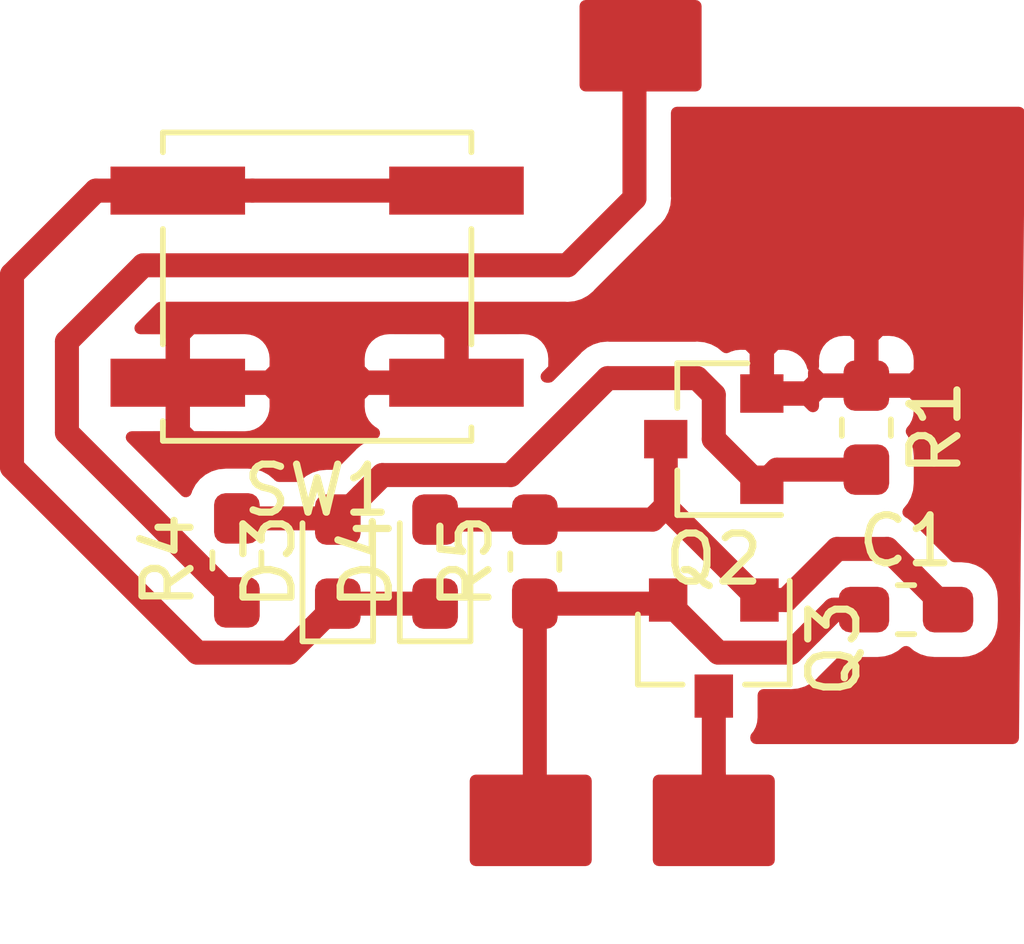
<source format=kicad_pcb>
(kicad_pcb (version 20171130) (host pcbnew "(5.1.2)-1")

  (general
    (thickness 1.6)
    (drawings 0)
    (tracks 53)
    (zones 0)
    (modules 9)
    (nets 8)
  )

  (page A4)
  (layers
    (0 F.Cu signal)
    (31 B.Cu signal)
    (32 B.Adhes user)
    (33 F.Adhes user)
    (34 B.Paste user)
    (35 F.Paste user)
    (36 B.SilkS user)
    (37 F.SilkS user)
    (38 B.Mask user)
    (39 F.Mask user)
    (40 Dwgs.User user)
    (41 Cmts.User user)
    (42 Eco1.User user)
    (43 Eco2.User user)
    (44 Edge.Cuts user)
    (45 Margin user)
    (46 B.CrtYd user)
    (47 F.CrtYd user)
    (48 B.Fab user)
    (49 F.Fab user)
  )

  (setup
    (last_trace_width 0.5)
    (user_trace_width 0.1524)
    (user_trace_width 0.2)
    (user_trace_width 0.5)
    (trace_clearance 0.1524)
    (zone_clearance 0.508)
    (zone_45_only no)
    (trace_min 0.1524)
    (via_size 0.8)
    (via_drill 0.4)
    (via_min_size 0.4)
    (via_min_drill 0.3)
    (uvia_size 0.3)
    (uvia_drill 0.1)
    (uvias_allowed no)
    (uvia_min_size 0.2)
    (uvia_min_drill 0.1)
    (edge_width 0.05)
    (segment_width 0.2)
    (pcb_text_width 0.3)
    (pcb_text_size 1.5 1.5)
    (mod_edge_width 0.12)
    (mod_text_size 1 1)
    (mod_text_width 0.15)
    (pad_size 1.524 1.524)
    (pad_drill 0.762)
    (pad_to_mask_clearance 0.051)
    (solder_mask_min_width 0.25)
    (aux_axis_origin 0 0)
    (visible_elements 7FFFFFFF)
    (pcbplotparams
      (layerselection 0x00000_7fffffff)
      (usegerberextensions false)
      (usegerberattributes false)
      (usegerberadvancedattributes false)
      (creategerberjobfile false)
      (excludeedgelayer true)
      (linewidth 0.100000)
      (plotframeref false)
      (viasonmask false)
      (mode 1)
      (useauxorigin false)
      (hpglpennumber 1)
      (hpglpenspeed 20)
      (hpglpendiameter 15.000000)
      (psnegative false)
      (psa4output false)
      (plotreference true)
      (plotvalue true)
      (plotinvisibletext false)
      (padsonsilk false)
      (subtractmaskfromsilk false)
      (outputformat 1)
      (mirror false)
      (drillshape 0)
      (scaleselection 1)
      (outputdirectory ""))
  )

  (net 0 "")
  (net 1 GND)
  (net 2 VIN)
  (net 3 "Net-(C1-Pad2)")
  (net 4 "Net-(D3-Pad2)")
  (net 5 PWR_EN)
  (net 6 "Net-(D3-Pad1)")
  (net 7 BTN)

  (net_class Default "This is the default net class."
    (clearance 0.1524)
    (trace_width 0.1524)
    (via_dia 0.8)
    (via_drill 0.4)
    (uvia_dia 0.3)
    (uvia_drill 0.1)
    (add_net BTN)
    (add_net GND)
    (add_net "Net-(C1-Pad2)")
    (add_net "Net-(D3-Pad1)")
    (add_net "Net-(D3-Pad2)")
    (add_net "Net-(D5-Pad2)")
    (add_net PWR_EN)
    (add_net VIN)
  )

  (module Package_TO_SOT_SMD:SOT-23 (layer F.Cu) (tedit 5A02FF57) (tstamp 5D564A7F)
    (at 14.7955 13.494 270)
    (descr "SOT-23, Standard")
    (tags SOT-23)
    (path /5D61FEAB)
    (attr smd)
    (fp_text reference Q3 (at 0 -2.5 90) (layer F.SilkS)
      (effects (font (size 1 1) (thickness 0.15)))
    )
    (fp_text value DMG2305UX-13 (at 0 2.5 90) (layer F.Fab)
      (effects (font (size 1 1) (thickness 0.15)))
    )
    (fp_line (start 0.76 1.58) (end -0.7 1.58) (layer F.SilkS) (width 0.12))
    (fp_line (start 0.76 -1.58) (end -1.4 -1.58) (layer F.SilkS) (width 0.12))
    (fp_line (start -1.7 1.75) (end -1.7 -1.75) (layer F.CrtYd) (width 0.05))
    (fp_line (start 1.7 1.75) (end -1.7 1.75) (layer F.CrtYd) (width 0.05))
    (fp_line (start 1.7 -1.75) (end 1.7 1.75) (layer F.CrtYd) (width 0.05))
    (fp_line (start -1.7 -1.75) (end 1.7 -1.75) (layer F.CrtYd) (width 0.05))
    (fp_line (start 0.76 -1.58) (end 0.76 -0.65) (layer F.SilkS) (width 0.12))
    (fp_line (start 0.76 1.58) (end 0.76 0.65) (layer F.SilkS) (width 0.12))
    (fp_line (start -0.7 1.52) (end 0.7 1.52) (layer F.Fab) (width 0.1))
    (fp_line (start 0.7 -1.52) (end 0.7 1.52) (layer F.Fab) (width 0.1))
    (fp_line (start -0.7 -0.95) (end -0.15 -1.52) (layer F.Fab) (width 0.1))
    (fp_line (start -0.15 -1.52) (end 0.7 -1.52) (layer F.Fab) (width 0.1))
    (fp_line (start -0.7 -0.95) (end -0.7 1.5) (layer F.Fab) (width 0.1))
    (fp_text user %R (at 0 0) (layer F.Fab)
      (effects (font (size 0.5 0.5) (thickness 0.075)))
    )
    (pad 3 smd rect (at 1 0 270) (size 0.9 0.8) (layers F.Cu F.Paste F.Mask)
      (net 5 PWR_EN))
    (pad 2 smd rect (at -1 0.95 270) (size 0.9 0.8) (layers F.Cu F.Paste F.Mask)
      (net 2 VIN))
    (pad 1 smd rect (at -1 -0.95 270) (size 0.9 0.8) (layers F.Cu F.Paste F.Mask)
      (net 3 "Net-(C1-Pad2)"))
    (model ${KISYS3DMOD}/Package_TO_SOT_SMD.3dshapes/SOT-23.wrl
      (at (xyz 0 0 0))
      (scale (xyz 1 1 1))
      (rotate (xyz 0 0 0))
    )
  )

  (module Package_TO_SOT_SMD:SOT-23 (layer F.Cu) (tedit 5A02FF57) (tstamp 5D5643C6)
    (at 14.7955 9.144 180)
    (descr "SOT-23, Standard")
    (tags SOT-23)
    (path /5D622AAF)
    (attr smd)
    (fp_text reference Q2 (at 0 -2.5) (layer F.SilkS)
      (effects (font (size 1 1) (thickness 0.15)))
    )
    (fp_text value DMG2302U (at 0 2.5) (layer F.Fab)
      (effects (font (size 1 1) (thickness 0.15)))
    )
    (fp_line (start 0.76 1.58) (end -0.7 1.58) (layer F.SilkS) (width 0.12))
    (fp_line (start 0.76 -1.58) (end -1.4 -1.58) (layer F.SilkS) (width 0.12))
    (fp_line (start -1.7 1.75) (end -1.7 -1.75) (layer F.CrtYd) (width 0.05))
    (fp_line (start 1.7 1.75) (end -1.7 1.75) (layer F.CrtYd) (width 0.05))
    (fp_line (start 1.7 -1.75) (end 1.7 1.75) (layer F.CrtYd) (width 0.05))
    (fp_line (start -1.7 -1.75) (end 1.7 -1.75) (layer F.CrtYd) (width 0.05))
    (fp_line (start 0.76 -1.58) (end 0.76 -0.65) (layer F.SilkS) (width 0.12))
    (fp_line (start 0.76 1.58) (end 0.76 0.65) (layer F.SilkS) (width 0.12))
    (fp_line (start -0.7 1.52) (end 0.7 1.52) (layer F.Fab) (width 0.1))
    (fp_line (start 0.7 -1.52) (end 0.7 1.52) (layer F.Fab) (width 0.1))
    (fp_line (start -0.7 -0.95) (end -0.15 -1.52) (layer F.Fab) (width 0.1))
    (fp_line (start -0.15 -1.52) (end 0.7 -1.52) (layer F.Fab) (width 0.1))
    (fp_line (start -0.7 -0.95) (end -0.7 1.5) (layer F.Fab) (width 0.1))
    (fp_text user %R (at 0 0 270) (layer F.Fab)
      (effects (font (size 0.5 0.5) (thickness 0.075)))
    )
    (pad 3 smd rect (at 1 0 180) (size 0.9 0.8) (layers F.Cu F.Paste F.Mask)
      (net 3 "Net-(C1-Pad2)"))
    (pad 2 smd rect (at -1 0.95 180) (size 0.9 0.8) (layers F.Cu F.Paste F.Mask)
      (net 1 GND))
    (pad 1 smd rect (at -1 -0.95 180) (size 0.9 0.8) (layers F.Cu F.Paste F.Mask)
      (net 4 "Net-(D3-Pad2)"))
    (model ${KISYS3DMOD}/Package_TO_SOT_SMD.3dshapes/SOT-23.wrl
      (at (xyz 0 0 0))
      (scale (xyz 1 1 1))
      (rotate (xyz 0 0 0))
    )
  )

  (module Resistor_SMD:R_0603_1608Metric_Pad1.05x0.95mm_HandSolder (layer F.Cu) (tedit 5B301BBD) (tstamp 5D554483)
    (at 11.0705 11.694 90)
    (descr "Resistor SMD 0603 (1608 Metric), square (rectangular) end terminal, IPC_7351 nominal with elongated pad for handsoldering. (Body size source: http://www.tortai-tech.com/upload/download/2011102023233369053.pdf), generated with kicad-footprint-generator")
    (tags "resistor handsolder")
    (path /5D6D27A4)
    (attr smd)
    (fp_text reference R5 (at 0 -1.43 90) (layer F.SilkS)
      (effects (font (size 1 1) (thickness 0.15)))
    )
    (fp_text value 100K (at 0 1.43 90) (layer F.Fab)
      (effects (font (size 1 1) (thickness 0.15)))
    )
    (fp_text user %R (at -0.055 0.105 90) (layer F.Fab)
      (effects (font (size 0.4 0.4) (thickness 0.06)))
    )
    (fp_line (start 1.65 0.73) (end -1.65 0.73) (layer F.CrtYd) (width 0.05))
    (fp_line (start 1.65 -0.73) (end 1.65 0.73) (layer F.CrtYd) (width 0.05))
    (fp_line (start -1.65 -0.73) (end 1.65 -0.73) (layer F.CrtYd) (width 0.05))
    (fp_line (start -1.65 0.73) (end -1.65 -0.73) (layer F.CrtYd) (width 0.05))
    (fp_line (start -0.171267 0.51) (end 0.171267 0.51) (layer F.SilkS) (width 0.12))
    (fp_line (start -0.171267 -0.51) (end 0.171267 -0.51) (layer F.SilkS) (width 0.12))
    (fp_line (start 0.8 0.4) (end -0.8 0.4) (layer F.Fab) (width 0.1))
    (fp_line (start 0.8 -0.4) (end 0.8 0.4) (layer F.Fab) (width 0.1))
    (fp_line (start -0.8 -0.4) (end 0.8 -0.4) (layer F.Fab) (width 0.1))
    (fp_line (start -0.8 0.4) (end -0.8 -0.4) (layer F.Fab) (width 0.1))
    (pad 2 smd roundrect (at 0.875 0 90) (size 1.05 0.95) (layers F.Cu F.Paste F.Mask) (roundrect_rratio 0.25)
      (net 3 "Net-(C1-Pad2)"))
    (pad 1 smd roundrect (at -0.875 0 90) (size 1.05 0.95) (layers F.Cu F.Paste F.Mask) (roundrect_rratio 0.25)
      (net 2 VIN))
    (model ${KISYS3DMOD}/Resistor_SMD.3dshapes/R_0603_1608Metric.wrl
      (at (xyz 0 0 0))
      (scale (xyz 1 1 1))
      (rotate (xyz 0 0 0))
    )
  )

  (module Resistor_SMD:R_0603_1608Metric_Pad1.05x0.95mm_HandSolder (layer F.Cu) (tedit 5B301BBD) (tstamp 5D59FB5A)
    (at 4.8705 11.669 90)
    (descr "Resistor SMD 0603 (1608 Metric), square (rectangular) end terminal, IPC_7351 nominal with elongated pad for handsoldering. (Body size source: http://www.tortai-tech.com/upload/download/2011102023233369053.pdf), generated with kicad-footprint-generator")
    (tags "resistor handsolder")
    (path /5D62D5EC)
    (attr smd)
    (fp_text reference R4 (at 0 -1.43 90) (layer F.SilkS)
      (effects (font (size 1 1) (thickness 0.15)))
    )
    (fp_text value 330R (at 0 1.43 90) (layer F.Fab)
      (effects (font (size 1 1) (thickness 0.15)))
    )
    (fp_text user %R (at 0 0 180) (layer F.Fab)
      (effects (font (size 0.4 0.4) (thickness 0.06)))
    )
    (fp_line (start 1.65 0.73) (end -1.65 0.73) (layer F.CrtYd) (width 0.05))
    (fp_line (start 1.65 -0.73) (end 1.65 0.73) (layer F.CrtYd) (width 0.05))
    (fp_line (start -1.65 -0.73) (end 1.65 -0.73) (layer F.CrtYd) (width 0.05))
    (fp_line (start -1.65 0.73) (end -1.65 -0.73) (layer F.CrtYd) (width 0.05))
    (fp_line (start -0.171267 0.51) (end 0.171267 0.51) (layer F.SilkS) (width 0.12))
    (fp_line (start -0.171267 -0.51) (end 0.171267 -0.51) (layer F.SilkS) (width 0.12))
    (fp_line (start 0.8 0.4) (end -0.8 0.4) (layer F.Fab) (width 0.1))
    (fp_line (start 0.8 -0.4) (end 0.8 0.4) (layer F.Fab) (width 0.1))
    (fp_line (start -0.8 -0.4) (end 0.8 -0.4) (layer F.Fab) (width 0.1))
    (fp_line (start -0.8 0.4) (end -0.8 -0.4) (layer F.Fab) (width 0.1))
    (pad 2 smd roundrect (at 0.875 0 90) (size 1.05 0.95) (layers F.Cu F.Paste F.Mask) (roundrect_rratio 0.25)
      (net 4 "Net-(D3-Pad2)"))
    (pad 1 smd roundrect (at -0.875 0 90) (size 1.05 0.95) (layers F.Cu F.Paste F.Mask) (roundrect_rratio 0.25)
      (net 7 BTN))
    (model ${KISYS3DMOD}/Resistor_SMD.3dshapes/R_0603_1608Metric.wrl
      (at (xyz 0 0 0))
      (scale (xyz 1 1 1))
      (rotate (xyz 0 0 0))
    )
  )

  (module Diode_SMD:D_0603_1608Metric_Pad1.05x0.95mm_HandSolder (layer F.Cu) (tedit 5B4B45C8) (tstamp 5D5542EE)
    (at 8.9955 11.694 90)
    (descr "Diode SMD 0603 (1608 Metric), square (rectangular) end terminal, IPC_7351 nominal, (Body size source: http://www.tortai-tech.com/upload/download/2011102023233369053.pdf), generated with kicad-footprint-generator")
    (tags "diode handsolder")
    (path /5D7272D3)
    (attr smd)
    (fp_text reference D4 (at 0 -1.43 90) (layer F.SilkS)
      (effects (font (size 1 1) (thickness 0.15)))
    )
    (fp_text value D (at 0 1.43 90) (layer F.Fab)
      (effects (font (size 1 1) (thickness 0.15)))
    )
    (fp_text user %R (at 0 0 90) (layer F.Fab)
      (effects (font (size 0.4 0.4) (thickness 0.06)))
    )
    (fp_line (start 1.65 0.73) (end -1.65 0.73) (layer F.CrtYd) (width 0.05))
    (fp_line (start 1.65 -0.73) (end 1.65 0.73) (layer F.CrtYd) (width 0.05))
    (fp_line (start -1.65 -0.73) (end 1.65 -0.73) (layer F.CrtYd) (width 0.05))
    (fp_line (start -1.65 0.73) (end -1.65 -0.73) (layer F.CrtYd) (width 0.05))
    (fp_line (start -1.66 0.735) (end 0.8 0.735) (layer F.SilkS) (width 0.12))
    (fp_line (start -1.66 -0.735) (end -1.66 0.735) (layer F.SilkS) (width 0.12))
    (fp_line (start 0.8 -0.735) (end -1.66 -0.735) (layer F.SilkS) (width 0.12))
    (fp_line (start 0.8 0.4) (end 0.8 -0.4) (layer F.Fab) (width 0.1))
    (fp_line (start -0.8 0.4) (end 0.8 0.4) (layer F.Fab) (width 0.1))
    (fp_line (start -0.8 -0.1) (end -0.8 0.4) (layer F.Fab) (width 0.1))
    (fp_line (start -0.5 -0.4) (end -0.8 -0.1) (layer F.Fab) (width 0.1))
    (fp_line (start 0.8 -0.4) (end -0.5 -0.4) (layer F.Fab) (width 0.1))
    (pad 2 smd roundrect (at 0.875 0 90) (size 1.05 0.95) (layers F.Cu F.Paste F.Mask) (roundrect_rratio 0.25)
      (net 3 "Net-(C1-Pad2)"))
    (pad 1 smd roundrect (at -0.875 0 90) (size 1.05 0.95) (layers F.Cu F.Paste F.Mask) (roundrect_rratio 0.25)
      (net 6 "Net-(D3-Pad1)"))
    (model ${KISYS3DMOD}/Diode_SMD.3dshapes/D_0603_1608Metric.wrl
      (at (xyz 0 0 0))
      (scale (xyz 1 1 1))
      (rotate (xyz 0 0 0))
    )
  )

  (module Diode_SMD:D_0603_1608Metric_Pad1.05x0.95mm_HandSolder (layer F.Cu) (tedit 5B4B45C8) (tstamp 5D5542DB)
    (at 6.9705 11.694 90)
    (descr "Diode SMD 0603 (1608 Metric), square (rectangular) end terminal, IPC_7351 nominal, (Body size source: http://www.tortai-tech.com/upload/download/2011102023233369053.pdf), generated with kicad-footprint-generator")
    (tags "diode handsolder")
    (path /5D633492)
    (attr smd)
    (fp_text reference D3 (at 0 -1.43 90) (layer F.SilkS)
      (effects (font (size 1 1) (thickness 0.15)))
    )
    (fp_text value D (at 0 1.43 90) (layer F.Fab)
      (effects (font (size 1 1) (thickness 0.15)))
    )
    (fp_text user %R (at 0 0 90) (layer F.Fab)
      (effects (font (size 0.4 0.4) (thickness 0.06)))
    )
    (fp_line (start 1.65 0.73) (end -1.65 0.73) (layer F.CrtYd) (width 0.05))
    (fp_line (start 1.65 -0.73) (end 1.65 0.73) (layer F.CrtYd) (width 0.05))
    (fp_line (start -1.65 -0.73) (end 1.65 -0.73) (layer F.CrtYd) (width 0.05))
    (fp_line (start -1.65 0.73) (end -1.65 -0.73) (layer F.CrtYd) (width 0.05))
    (fp_line (start -1.66 0.735) (end 0.8 0.735) (layer F.SilkS) (width 0.12))
    (fp_line (start -1.66 -0.735) (end -1.66 0.735) (layer F.SilkS) (width 0.12))
    (fp_line (start 0.8 -0.735) (end -1.66 -0.735) (layer F.SilkS) (width 0.12))
    (fp_line (start 0.8 0.4) (end 0.8 -0.4) (layer F.Fab) (width 0.1))
    (fp_line (start -0.8 0.4) (end 0.8 0.4) (layer F.Fab) (width 0.1))
    (fp_line (start -0.8 -0.1) (end -0.8 0.4) (layer F.Fab) (width 0.1))
    (fp_line (start -0.5 -0.4) (end -0.8 -0.1) (layer F.Fab) (width 0.1))
    (fp_line (start 0.8 -0.4) (end -0.5 -0.4) (layer F.Fab) (width 0.1))
    (pad 2 smd roundrect (at 0.875 0 90) (size 1.05 0.95) (layers F.Cu F.Paste F.Mask) (roundrect_rratio 0.25)
      (net 4 "Net-(D3-Pad2)"))
    (pad 1 smd roundrect (at -0.875 0 90) (size 1.05 0.95) (layers F.Cu F.Paste F.Mask) (roundrect_rratio 0.25)
      (net 6 "Net-(D3-Pad1)"))
    (model ${KISYS3DMOD}/Diode_SMD.3dshapes/D_0603_1608Metric.wrl
      (at (xyz 0 0 0))
      (scale (xyz 1 1 1))
      (rotate (xyz 0 0 0))
    )
  )

  (module Button_Switch_SMD:SW_Push_1P1T_NO_CK_KSC7xxJ (layer F.Cu) (tedit 5C63FE2A) (tstamp 5D59EE97)
    (at 6.5405 5.969)
    (descr "CK components KSC7 tactile switch https://www.ckswitches.com/media/1973/ksc7.pdf")
    (tags "tactile switch ksc7")
    (path /5CEE828E)
    (attr smd)
    (fp_text reference SW1 (at 0 4.24) (layer F.SilkS)
      (effects (font (size 1 1) (thickness 0.15)))
    )
    (fp_text value SW_Push (at 0 -4.23) (layer F.Fab)
      (effects (font (size 1 1) (thickness 0.15)))
    )
    (fp_line (start -3.1 -3.1) (end 3.1 -3.1) (layer F.Fab) (width 0.1))
    (fp_line (start 3.1 -3.1) (end 3.1 3.1) (layer F.Fab) (width 0.1))
    (fp_line (start 3.1 3.1) (end -3.1 3.1) (layer F.Fab) (width 0.1))
    (fp_line (start -3.1 3.1) (end -3.1 -3.1) (layer F.Fab) (width 0.1))
    (fp_text user %R (at 0 0) (layer F.Fab)
      (effects (font (size 1 1) (thickness 0.15)))
    )
    (fp_line (start -4.55 -3.35) (end 4.55 -3.35) (layer F.CrtYd) (width 0.05))
    (fp_line (start 4.55 -3.35) (end 4.55 3.35) (layer F.CrtYd) (width 0.05))
    (fp_line (start 4.55 3.35) (end -4.55 3.35) (layer F.CrtYd) (width 0.05))
    (fp_line (start -4.55 3.35) (end -4.55 -3.35) (layer F.CrtYd) (width 0.05))
    (fp_circle (center 0 0) (end 1.5 0) (layer F.Fab) (width 0.1))
    (fp_line (start -3.21 2.8) (end -3.21 3.21) (layer F.SilkS) (width 0.12))
    (fp_line (start -3.21 3.21) (end 3.21 3.21) (layer F.SilkS) (width 0.12))
    (fp_line (start 3.21 3.21) (end 3.21 2.93) (layer F.SilkS) (width 0.12))
    (fp_line (start 3.21 1.2) (end 3.21 -1.2) (layer F.SilkS) (width 0.12))
    (fp_line (start 3.21 -2.8) (end 3.21 -3.21) (layer F.SilkS) (width 0.12))
    (fp_line (start 3.21 -3.21) (end -3.21 -3.21) (layer F.SilkS) (width 0.12))
    (fp_line (start -3.21 -3.21) (end -3.21 -2.8) (layer F.SilkS) (width 0.12))
    (fp_line (start -3.21 -1.2) (end -3.21 1.2) (layer F.SilkS) (width 0.12))
    (pad 1 smd rect (at -2.9 -2) (size 2.8 1) (layers F.Cu F.Paste F.Mask)
      (net 6 "Net-(D3-Pad1)"))
    (pad 1 smd rect (at 2.9 -2) (size 2.8 1) (layers F.Cu F.Paste F.Mask)
      (net 6 "Net-(D3-Pad1)"))
    (pad 2 smd rect (at -2.9 2) (size 2.8 1) (layers F.Cu F.Paste F.Mask)
      (net 1 GND))
    (pad 2 smd rect (at 2.9 2) (size 2.8 1) (layers F.Cu F.Paste F.Mask)
      (net 1 GND))
    (model ${KISYS3DMOD}/Button_Switch_SMD.3dshapes/SW_push_1P1T_NO_CK_KSC7xxJxxx.wrl
      (at (xyz 0 0 0))
      (scale (xyz 1 1 1))
      (rotate (xyz 0 0 0))
    )
    (model ${KISYS3DMOD}/Button_Switch_SMD.3dshapes/SW_SPST_PTS645.step
      (at (xyz 0 0 0))
      (scale (xyz 1 1 1))
      (rotate (xyz 0 0 0))
    )
  )

  (module Resistor_SMD:R_0603_1608Metric_Pad1.05x0.95mm_HandSolder (layer F.Cu) (tedit 5B301BBD) (tstamp 5CE5017A)
    (at 17.9705 8.904 270)
    (descr "Resistor SMD 0603 (1608 Metric), square (rectangular) end terminal, IPC_7351 nominal with elongated pad for handsoldering. (Body size source: http://www.tortai-tech.com/upload/download/2011102023233369053.pdf), generated with kicad-footprint-generator")
    (tags "resistor handsolder")
    (path /5CEF8EE9)
    (attr smd)
    (fp_text reference R1 (at 0 -1.43 90) (layer F.SilkS)
      (effects (font (size 1 1) (thickness 0.15)))
    )
    (fp_text value 1M (at 0 1.43 90) (layer F.Fab)
      (effects (font (size 1 1) (thickness 0.15)))
    )
    (fp_line (start -0.8 0.4) (end -0.8 -0.4) (layer F.Fab) (width 0.1))
    (fp_line (start -0.8 -0.4) (end 0.8 -0.4) (layer F.Fab) (width 0.1))
    (fp_line (start 0.8 -0.4) (end 0.8 0.4) (layer F.Fab) (width 0.1))
    (fp_line (start 0.8 0.4) (end -0.8 0.4) (layer F.Fab) (width 0.1))
    (fp_line (start -0.171267 -0.51) (end 0.171267 -0.51) (layer F.SilkS) (width 0.12))
    (fp_line (start -0.171267 0.51) (end 0.171267 0.51) (layer F.SilkS) (width 0.12))
    (fp_line (start -1.65 0.73) (end -1.65 -0.73) (layer F.CrtYd) (width 0.05))
    (fp_line (start -1.65 -0.73) (end 1.65 -0.73) (layer F.CrtYd) (width 0.05))
    (fp_line (start 1.65 -0.73) (end 1.65 0.73) (layer F.CrtYd) (width 0.05))
    (fp_line (start 1.65 0.73) (end -1.65 0.73) (layer F.CrtYd) (width 0.05))
    (fp_text user %R (at 0 -0.2 270) (layer F.Fab)
      (effects (font (size 0.4 0.4) (thickness 0.06)))
    )
    (pad 1 smd roundrect (at -0.875 0 270) (size 1.05 0.95) (layers F.Cu F.Paste F.Mask) (roundrect_rratio 0.25)
      (net 1 GND))
    (pad 2 smd roundrect (at 0.875 0 270) (size 1.05 0.95) (layers F.Cu F.Paste F.Mask) (roundrect_rratio 0.25)
      (net 4 "Net-(D3-Pad2)"))
    (model ${KISYS3DMOD}/Resistor_SMD.3dshapes/R_0603_1608Metric.wrl
      (at (xyz 0 0 0))
      (scale (xyz 1 1 1))
      (rotate (xyz 0 0 0))
    )
  )

  (module Capacitor_SMD:C_0603_1608Metric_Pad1.05x0.95mm_HandSolder (layer F.Cu) (tedit 5B301BBE) (tstamp 5CE4BC4C)
    (at 18.7955 12.694)
    (descr "Capacitor SMD 0603 (1608 Metric), square (rectangular) end terminal, IPC_7351 nominal with elongated pad for handsoldering. (Body size source: http://www.tortai-tech.com/upload/download/2011102023233369053.pdf), generated with kicad-footprint-generator")
    (tags "capacitor handsolder")
    (path /5CEF0C6A)
    (attr smd)
    (fp_text reference C1 (at 0 -1.43) (layer F.SilkS)
      (effects (font (size 1 1) (thickness 0.15)))
    )
    (fp_text value 0.01u (at 0 1.43) (layer F.Fab)
      (effects (font (size 1 1) (thickness 0.15)))
    )
    (fp_line (start -0.8 0.4) (end -0.8 -0.4) (layer F.Fab) (width 0.1))
    (fp_line (start -0.8 -0.4) (end 0.8 -0.4) (layer F.Fab) (width 0.1))
    (fp_line (start 0.8 -0.4) (end 0.8 0.4) (layer F.Fab) (width 0.1))
    (fp_line (start 0.8 0.4) (end -0.8 0.4) (layer F.Fab) (width 0.1))
    (fp_line (start -0.171267 -0.51) (end 0.171267 -0.51) (layer F.SilkS) (width 0.12))
    (fp_line (start -0.171267 0.51) (end 0.171267 0.51) (layer F.SilkS) (width 0.12))
    (fp_line (start -1.65 0.73) (end -1.65 -0.73) (layer F.CrtYd) (width 0.05))
    (fp_line (start -1.65 -0.73) (end 1.65 -0.73) (layer F.CrtYd) (width 0.05))
    (fp_line (start 1.65 -0.73) (end 1.65 0.73) (layer F.CrtYd) (width 0.05))
    (fp_line (start 1.65 0.73) (end -1.65 0.73) (layer F.CrtYd) (width 0.05))
    (fp_text user %R (at 0 0) (layer F.Fab)
      (effects (font (size 0.4 0.4) (thickness 0.06)))
    )
    (pad 1 smd roundrect (at -0.875 0) (size 1.05 0.95) (layers F.Cu F.Paste F.Mask) (roundrect_rratio 0.25)
      (net 2 VIN))
    (pad 2 smd roundrect (at 0.875 0) (size 1.05 0.95) (layers F.Cu F.Paste F.Mask) (roundrect_rratio 0.25)
      (net 3 "Net-(C1-Pad2)"))
    (model ${KISYS3DMOD}/Capacitor_SMD.3dshapes/C_0603_1608Metric.wrl
      (at (xyz 0 0 0))
      (scale (xyz 1 1 1))
      (rotate (xyz 0 0 0))
    )
  )

  (segment (start 17.2955 12.694) (end 17.9205 12.694) (width 0.5) (layer F.Cu) (net 2) (status 20))
  (segment (start 16.816899 13.172601) (end 17.2955 12.694) (width 0.5) (layer F.Cu) (net 2))
  (segment (start 13.8455 12.544) (end 14.474101 13.172601) (width 0.5) (layer F.Cu) (net 2) (status 10))
  (segment (start 13.8455 12.494) (end 13.8455 12.544) (width 0.5) (layer F.Cu) (net 2) (status 30))
  (segment (start 13.7705 12.569) (end 13.8455 12.494) (width 0.5) (layer F.Cu) (net 2) (status 30))
  (segment (start 11.0705 12.569) (end 13.7705 12.569) (width 0.5) (layer F.Cu) (net 2) (status 30))
  (segment (start 11.0705 12.569) (end 11.0705 16.679) (width 0.5) (layer F.Cu) (net 2))
  (segment (start 11.0705 16.679) (end 10.9855 16.764) (width 0.5) (layer F.Cu) (net 2))
  (segment (start 16.4005 13.589) (end 16.816899 13.172601) (width 0.5) (layer F.Cu) (net 2))
  (segment (start 14.474101 13.172601) (end 14.8905 13.589) (width 0.5) (layer F.Cu) (net 2))
  (segment (start 14.8905 13.589) (end 16.4005 13.589) (width 0.5) (layer F.Cu) (net 2))
  (segment (start 8.9955 10.819) (end 11.0705 10.819) (width 0.5) (layer F.Cu) (net 3) (status 30))
  (segment (start 13.7955 10.544) (end 13.7955 9.144) (width 0.5) (layer F.Cu) (net 3))
  (segment (start 15.7455 12.494) (end 13.7955 10.544) (width 0.5) (layer F.Cu) (net 3))
  (segment (start 13.5205 10.819) (end 13.7955 10.544) (width 0.5) (layer F.Cu) (net 3))
  (segment (start 11.0705 10.819) (end 13.5205 10.819) (width 0.5) (layer F.Cu) (net 3))
  (segment (start 18.96689 11.99039) (end 19.6705 12.694) (width 0.5) (layer F.Cu) (net 3))
  (segment (start 18.4065 11.43) (end 18.96689 11.99039) (width 0.5) (layer F.Cu) (net 3))
  (segment (start 17.3619 11.43) (end 18.4065 11.43) (width 0.5) (layer F.Cu) (net 3))
  (segment (start 15.7455 12.494) (end 16.2979 12.494) (width 0.5) (layer F.Cu) (net 3))
  (segment (start 16.2979 12.494) (end 17.3619 11.43) (width 0.5) (layer F.Cu) (net 3))
  (segment (start 16.1105 9.779) (end 15.7955 10.094) (width 0.5) (layer F.Cu) (net 4))
  (segment (start 17.9705 9.779) (end 16.1105 9.779) (width 0.5) (layer F.Cu) (net 4))
  (segment (start 7.469572 10.319928) (end 6.9705 10.819) (width 0.5) (layer F.Cu) (net 4))
  (segment (start 7.89791 9.89159) (end 7.469572 10.319928) (width 0.5) (layer F.Cu) (net 4))
  (segment (start 10.56794 9.89159) (end 7.89791 9.89159) (width 0.5) (layer F.Cu) (net 4))
  (segment (start 15.7455 10.094) (end 14.7955 9.144) (width 0.5) (layer F.Cu) (net 4))
  (segment (start 15.7955 10.094) (end 15.7455 10.094) (width 0.5) (layer F.Cu) (net 4))
  (segment (start 14.7955 9.144) (end 14.7955 8.221839) (width 0.5) (layer F.Cu) (net 4))
  (segment (start 14.447661 7.874) (end 12.58553 7.874) (width 0.5) (layer F.Cu) (net 4))
  (segment (start 14.7955 8.221839) (end 14.447661 7.874) (width 0.5) (layer F.Cu) (net 4))
  (segment (start 12.58553 7.874) (end 10.56794 9.89159) (width 0.5) (layer F.Cu) (net 4))
  (segment (start 4.8705 10.794) (end 6.9455 10.794) (width 0.5) (layer F.Cu) (net 4) (status 30))
  (segment (start 6.9455 10.794) (end 6.9705 10.819) (width 0.5) (layer F.Cu) (net 4) (status 30))
  (segment (start 14.7955 14.494) (end 14.7955 14.544) (width 0.5) (layer F.Cu) (net 5) (status 30))
  (segment (start 14.7955 14.494) (end 14.7955 16.129) (width 0.5) (layer F.Cu) (net 5))
  (segment (start 14.7955 16.129) (end 14.7955 16.764) (width 0.5) (layer F.Cu) (net 5))
  (segment (start 6.9705 12.569) (end 8.9955 12.569) (width 0.5) (layer F.Cu) (net 6) (status 30))
  (segment (start 5.1929 3.969) (end 9.4405 3.969) (width 0.5) (layer F.Cu) (net 6))
  (segment (start 3.6405 3.969) (end 5.1929 3.969) (width 0.5) (layer F.Cu) (net 6))
  (segment (start 5.9505 13.589) (end 6.9705 12.569) (width 0.5) (layer F.Cu) (net 6))
  (segment (start 4.048409 13.589) (end 5.9505 13.589) (width 0.5) (layer F.Cu) (net 6))
  (segment (start 0.1905 9.731091) (end 4.048409 13.589) (width 0.5) (layer F.Cu) (net 6))
  (segment (start 0.1905 5.715) (end 0.1905 9.731091) (width 0.5) (layer F.Cu) (net 6))
  (segment (start 3.6405 3.969) (end 1.9365 3.969) (width 0.5) (layer F.Cu) (net 6))
  (segment (start 1.9365 3.969) (end 0.1905 5.715) (width 0.5) (layer F.Cu) (net 6))
  (segment (start 4.371428 12.044928) (end 4.8705 12.544) (width 0.5) (layer F.Cu) (net 7))
  (segment (start 13.1445 4.1275) (end 11.7475 5.5245) (width 0.5) (layer F.Cu) (net 7))
  (segment (start 13.1445 1.3335) (end 13.1445 4.1275) (width 0.5) (layer F.Cu) (net 7))
  (segment (start 11.7475 5.5245) (end 2.921 5.5245) (width 0.5) (layer F.Cu) (net 7))
  (segment (start 2.921 5.5245) (end 1.3335 7.112) (width 0.5) (layer F.Cu) (net 7))
  (segment (start 1.3335 7.112) (end 1.3335 9.007) (width 0.5) (layer F.Cu) (net 7))
  (segment (start 1.3335 9.007) (end 4.371428 12.044928) (width 0.5) (layer F.Cu) (net 7))

  (zone (net 5) (net_name PWR_EN) (layer F.Cu) (tstamp 0) (hatch edge 0.508)
    (connect_pads (clearance 0.508))
    (min_thickness 0.254)
    (fill yes (arc_segments 32) (thermal_gap 0.508) (thermal_bridge_width 0.508))
    (polygon
      (pts
        (xy 13.5255 16.129) (xy 16.0655 16.129) (xy 16.0655 18.034) (xy 13.5255 18.034)
      )
    )
    (filled_polygon
      (pts
        (xy 15.9385 17.907) (xy 13.6525 17.907) (xy 13.6525 16.256) (xy 15.9385 16.256)
      )
    )
  )
  (zone (net 1) (net_name GND) (layer F.Cu) (tstamp 0) (hatch edge 0.508)
    (connect_pads (clearance 0.508))
    (min_thickness 0.254)
    (fill yes (arc_segments 32) (thermal_gap 0.508) (thermal_bridge_width 0.508))
    (polygon
      (pts
        (xy 1.5875 2.2225) (xy 21.2725 2.2225) (xy 21.1455 15.494) (xy 1.4605 15.494)
      )
    )
    (filled_polygon
      (pts
        (xy 21.01971 15.367) (xy 15.6805 15.367) (xy 15.6805 15.353981) (xy 15.726037 15.298494) (xy 15.785002 15.18818)
        (xy 15.821312 15.068482) (xy 15.833572 14.944) (xy 15.833572 14.474) (xy 16.357031 14.474) (xy 16.4005 14.478281)
        (xy 16.443969 14.474) (xy 16.443977 14.474) (xy 16.57399 14.461195) (xy 16.740813 14.410589) (xy 16.894559 14.328411)
        (xy 17.029317 14.217817) (xy 17.057034 14.184044) (xy 17.453473 13.787605) (xy 17.462184 13.790248) (xy 17.633 13.807072)
        (xy 18.208 13.807072) (xy 18.378816 13.790248) (xy 18.543067 13.740423) (xy 18.694442 13.659512) (xy 18.7955 13.576575)
        (xy 18.896558 13.659512) (xy 19.047933 13.740423) (xy 19.212184 13.790248) (xy 19.383 13.807072) (xy 19.958 13.807072)
        (xy 20.128816 13.790248) (xy 20.293067 13.740423) (xy 20.444442 13.659512) (xy 20.577123 13.550623) (xy 20.686012 13.417942)
        (xy 20.766923 13.266567) (xy 20.816748 13.102316) (xy 20.833572 12.9315) (xy 20.833572 12.4565) (xy 20.816748 12.285684)
        (xy 20.766923 12.121433) (xy 20.686012 11.970058) (xy 20.577123 11.837377) (xy 20.444442 11.728488) (xy 20.293067 11.647577)
        (xy 20.128816 11.597752) (xy 19.958 11.580928) (xy 19.809006 11.580928) (xy 19.063034 10.834956) (xy 19.035317 10.801183)
        (xy 18.900559 10.690589) (xy 18.846681 10.661791) (xy 18.936012 10.552942) (xy 19.016923 10.401567) (xy 19.066748 10.237316)
        (xy 19.083572 10.0665) (xy 19.083572 9.4915) (xy 19.066748 9.320684) (xy 19.016923 9.156433) (xy 18.936012 9.005058)
        (xy 18.916401 8.981161) (xy 18.976037 8.908494) (xy 19.035002 8.79818) (xy 19.071312 8.678482) (xy 19.083572 8.554)
        (xy 19.0805 8.31475) (xy 18.92175 8.156) (xy 18.0975 8.156) (xy 18.0975 8.176) (xy 17.8435 8.176)
        (xy 17.8435 8.156) (xy 17.01925 8.156) (xy 16.8605 8.31475) (xy 16.858662 8.457912) (xy 16.72175 8.321)
        (xy 15.9225 8.321) (xy 15.9225 8.341) (xy 15.6805 8.341) (xy 15.6805 8.265308) (xy 15.684781 8.221839)
        (xy 15.6805 8.17837) (xy 15.6805 8.178362) (xy 15.6685 8.056522) (xy 15.6685 7.31775) (xy 15.9225 7.31775)
        (xy 15.9225 8.067) (xy 16.72175 8.067) (xy 16.8805 7.90825) (xy 16.883572 7.794) (xy 16.880548 7.763298)
        (xy 17.01925 7.902) (xy 17.8435 7.902) (xy 17.8435 7.02775) (xy 18.0975 7.02775) (xy 18.0975 7.902)
        (xy 18.92175 7.902) (xy 19.0805 7.74325) (xy 19.083572 7.504) (xy 19.071312 7.379518) (xy 19.035002 7.25982)
        (xy 18.976037 7.149506) (xy 18.896685 7.052815) (xy 18.799994 6.973463) (xy 18.68968 6.914498) (xy 18.569982 6.878188)
        (xy 18.4455 6.865928) (xy 18.25625 6.869) (xy 18.0975 7.02775) (xy 17.8435 7.02775) (xy 17.68475 6.869)
        (xy 17.4955 6.865928) (xy 17.371018 6.878188) (xy 17.25132 6.914498) (xy 17.141006 6.973463) (xy 17.044315 7.052815)
        (xy 16.964963 7.149506) (xy 16.905998 7.25982) (xy 16.869688 7.379518) (xy 16.857428 7.504) (xy 16.859034 7.629041)
        (xy 16.835002 7.54982) (xy 16.776037 7.439506) (xy 16.696685 7.342815) (xy 16.599994 7.263463) (xy 16.48968 7.204498)
        (xy 16.369982 7.168188) (xy 16.2455 7.155928) (xy 16.08125 7.159) (xy 15.9225 7.31775) (xy 15.6685 7.31775)
        (xy 15.50975 7.159) (xy 15.3455 7.155928) (xy 15.221018 7.168188) (xy 15.10132 7.204498) (xy 15.056255 7.228586)
        (xy 14.94172 7.134589) (xy 14.787974 7.052411) (xy 14.621151 7.001805) (xy 14.491138 6.989) (xy 14.49113 6.989)
        (xy 14.447661 6.984719) (xy 14.404192 6.989) (xy 12.628995 6.989) (xy 12.585529 6.984719) (xy 12.542063 6.989)
        (xy 12.542053 6.989) (xy 12.41204 7.001805) (xy 12.245217 7.052411) (xy 12.091471 7.134589) (xy 12.091469 7.13459)
        (xy 12.09147 7.13459) (xy 11.990483 7.217468) (xy 11.990481 7.21747) (xy 11.956713 7.245183) (xy 11.929 7.278951)
        (xy 11.365953 7.841998) (xy 11.316752 7.841998) (xy 11.4755 7.68325) (xy 11.478572 7.469) (xy 11.466312 7.344518)
        (xy 11.430002 7.22482) (xy 11.371037 7.114506) (xy 11.291685 7.017815) (xy 11.194994 6.938463) (xy 11.08468 6.879498)
        (xy 10.964982 6.843188) (xy 10.8405 6.830928) (xy 9.72625 6.834) (xy 9.5675 6.99275) (xy 9.5675 7.842)
        (xy 9.5875 7.842) (xy 9.5875 8.096) (xy 9.5675 8.096) (xy 9.5675 8.116) (xy 9.3135 8.116)
        (xy 9.3135 8.096) (xy 7.56425 8.096) (xy 7.4055 8.25475) (xy 7.402428 8.469) (xy 7.414688 8.593482)
        (xy 7.450998 8.71318) (xy 7.509963 8.823494) (xy 7.589315 8.920185) (xy 7.686006 8.999537) (xy 7.723614 9.019639)
        (xy 7.557597 9.070001) (xy 7.403851 9.152179) (xy 7.269093 9.262773) (xy 7.241378 9.296544) (xy 6.881994 9.655928)
        (xy 6.733 9.655928) (xy 6.562184 9.672752) (xy 6.397933 9.722577) (xy 6.246558 9.803488) (xy 6.117992 9.909)
        (xy 5.744869 9.909) (xy 5.727123 9.887377) (xy 5.594442 9.778488) (xy 5.443067 9.697577) (xy 5.278816 9.647752)
        (xy 5.108 9.630928) (xy 4.633 9.630928) (xy 4.462184 9.647752) (xy 4.297933 9.697577) (xy 4.146558 9.778488)
        (xy 4.013877 9.887377) (xy 3.904988 10.020058) (xy 3.824077 10.171433) (xy 3.806722 10.228644) (xy 2.683928 9.105849)
        (xy 3.35475 9.104) (xy 3.5135 8.94525) (xy 3.5135 8.096) (xy 3.7675 8.096) (xy 3.7675 8.94525)
        (xy 3.92625 9.104) (xy 5.0405 9.107072) (xy 5.164982 9.094812) (xy 5.28468 9.058502) (xy 5.394994 8.999537)
        (xy 5.491685 8.920185) (xy 5.571037 8.823494) (xy 5.630002 8.71318) (xy 5.666312 8.593482) (xy 5.678572 8.469)
        (xy 5.6755 8.25475) (xy 5.51675 8.096) (xy 3.7675 8.096) (xy 3.5135 8.096) (xy 3.4935 8.096)
        (xy 3.4935 7.842) (xy 3.5135 7.842) (xy 3.5135 6.99275) (xy 3.7675 6.99275) (xy 3.7675 7.842)
        (xy 5.51675 7.842) (xy 5.6755 7.68325) (xy 5.678572 7.469) (xy 7.402428 7.469) (xy 7.4055 7.68325)
        (xy 7.56425 7.842) (xy 9.3135 7.842) (xy 9.3135 6.99275) (xy 9.15475 6.834) (xy 8.0405 6.830928)
        (xy 7.916018 6.843188) (xy 7.79632 6.879498) (xy 7.686006 6.938463) (xy 7.589315 7.017815) (xy 7.509963 7.114506)
        (xy 7.450998 7.22482) (xy 7.414688 7.344518) (xy 7.402428 7.469) (xy 5.678572 7.469) (xy 5.666312 7.344518)
        (xy 5.630002 7.22482) (xy 5.571037 7.114506) (xy 5.491685 7.017815) (xy 5.394994 6.938463) (xy 5.28468 6.879498)
        (xy 5.164982 6.843188) (xy 5.0405 6.830928) (xy 3.92625 6.834) (xy 3.7675 6.99275) (xy 3.5135 6.99275)
        (xy 3.35475 6.834) (xy 2.86443 6.832648) (xy 3.287579 6.4095) (xy 11.704031 6.4095) (xy 11.7475 6.413781)
        (xy 11.790969 6.4095) (xy 11.790977 6.4095) (xy 11.92099 6.396695) (xy 12.087813 6.346089) (xy 12.241559 6.263911)
        (xy 12.376317 6.153317) (xy 12.404034 6.119544) (xy 13.739549 4.78403) (xy 13.773317 4.756317) (xy 13.883911 4.621559)
        (xy 13.966089 4.467813) (xy 14.016695 4.30099) (xy 14.0295 4.170977) (xy 14.0295 4.170967) (xy 14.033781 4.127501)
        (xy 14.0295 4.084035) (xy 14.0295 2.3495) (xy 21.144279 2.3495)
      )
    )
  )
  (zone (net 2) (net_name VIN) (layer F.Cu) (tstamp 5D59F3C9) (hatch edge 0.508)
    (connect_pads (clearance 0.508))
    (min_thickness 0.254)
    (fill yes (arc_segments 32) (thermal_gap 0.508) (thermal_bridge_width 0.508))
    (polygon
      (pts
        (xy 9.7155 16.129) (xy 12.2555 16.129) (xy 12.2555 18.034) (xy 9.7155 18.034)
      )
    )
    (filled_polygon
      (pts
        (xy 12.1285 17.907) (xy 9.8425 17.907) (xy 9.8425 16.256) (xy 12.1285 16.256)
      )
    )
  )
  (zone (net 7) (net_name BTN) (layer F.Cu) (tstamp 5D59F3C9) (hatch edge 0.508)
    (connect_pads (clearance 0.508))
    (min_thickness 0.254)
    (fill yes (arc_segments 32) (thermal_gap 0.508) (thermal_bridge_width 0.508))
    (polygon
      (pts
        (xy 12.0015 0) (xy 14.5415 0) (xy 14.5415 1.905) (xy 12.0015 1.905)
      )
    )
    (filled_polygon
      (pts
        (xy 14.4145 1.778) (xy 12.1285 1.778) (xy 12.1285 0.127) (xy 14.4145 0.127)
      )
    )
  )
)

</source>
